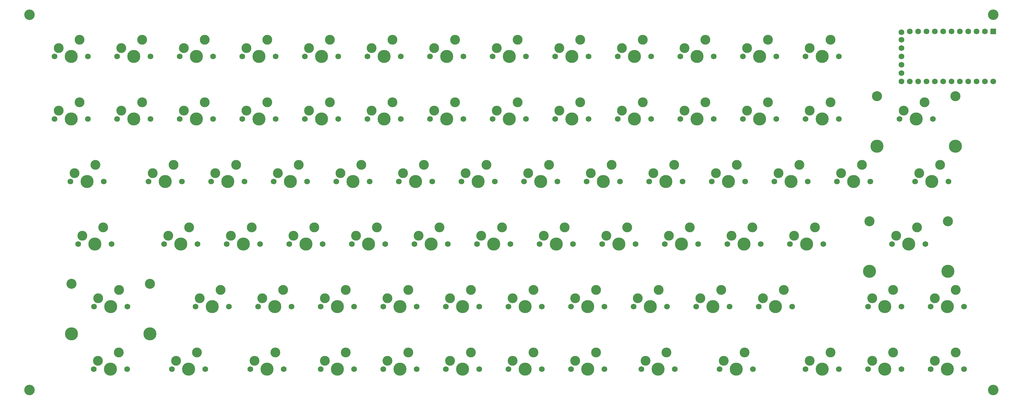
<source format=gbr>
G04 #@! TF.GenerationSoftware,KiCad,Pcbnew,(5.1.6)-1*
G04 #@! TF.CreationDate,2020-08-27T21:51:50+09:00*
G04 #@! TF.ProjectId,keyboard-layouter-playground,6b657962-6f61-4726-942d-6c61796f7574,rev?*
G04 #@! TF.SameCoordinates,Original*
G04 #@! TF.FileFunction,Soldermask,Top*
G04 #@! TF.FilePolarity,Negative*
%FSLAX46Y46*%
G04 Gerber Fmt 4.6, Leading zero omitted, Abs format (unit mm)*
G04 Created by KiCad (PCBNEW (5.1.6)-1) date 2020-08-27 21:51:50*
%MOMM*%
%LPD*%
G01*
G04 APERTURE LIST*
%ADD10C,3.000000*%
%ADD11C,3.987800*%
%ADD12C,1.750000*%
%ADD13C,3.200000*%
%ADD14C,3.048000*%
%ADD15C,1.752600*%
%ADD16R,1.752600X1.752600*%
G04 APERTURE END LIST*
D10*
G04 #@! TO.C,SW69*
X269240000Y-71120000D03*
D11*
X266700000Y-76200000D03*
D10*
X262890000Y-73660000D03*
D12*
X261620000Y-76200000D03*
X271780000Y-76200000D03*
G04 #@! TD*
D13*
G04 #@! TO.C,H4*
X280670000Y12700000D03*
G04 #@! TD*
G04 #@! TO.C,H3*
X280670000Y-101600000D03*
G04 #@! TD*
G04 #@! TO.C,H2*
X-12700000Y12700000D03*
G04 #@! TD*
G04 #@! TO.C,H1*
X-12700000Y-101600000D03*
G04 #@! TD*
D12*
G04 #@! TO.C,SW8*
X138430000Y0D03*
X128270000Y0D03*
D10*
X129540000Y2540000D03*
D11*
X133350000Y0D03*
D10*
X135890000Y5080000D03*
G04 #@! TD*
G04 #@! TO.C,SW45*
X150177500Y-52070000D03*
D11*
X147637500Y-57150000D03*
D10*
X143827500Y-54610000D03*
D12*
X142557500Y-57150000D03*
X152717500Y-57150000D03*
G04 #@! TD*
D10*
G04 #@! TO.C,SW43*
X112077500Y-52070000D03*
D11*
X109537500Y-57150000D03*
D10*
X105727500Y-54610000D03*
D12*
X104457500Y-57150000D03*
X114617500Y-57150000D03*
G04 #@! TD*
G04 #@! TO.C,SW104*
X183673500Y-95250000D03*
X173513500Y-95250000D03*
D10*
X174783500Y-92710000D03*
D11*
X178593500Y-95250000D03*
D10*
X181133500Y-90170000D03*
G04 #@! TD*
D12*
G04 #@! TO.C,SW202*
X267018000Y-38100000D03*
X256858000Y-38100000D03*
D10*
X258128000Y-35560000D03*
D11*
X261938000Y-38100000D03*
D10*
X264478000Y-33020000D03*
G04 #@! TD*
D12*
G04 #@! TO.C,SW101*
X16986000Y-95250000D03*
X6826000Y-95250000D03*
D10*
X8096000Y-92710000D03*
D11*
X11906000Y-95250000D03*
D10*
X14446000Y-90170000D03*
G04 #@! TD*
D12*
G04 #@! TO.C,SW102*
X40798500Y-95250000D03*
X30638500Y-95250000D03*
D10*
X31908500Y-92710000D03*
D11*
X35718500Y-95250000D03*
D10*
X38258500Y-90170000D03*
G04 #@! TD*
D11*
G04 #@! TO.C,SW602*
X42600Y-84455000D03*
X23918600Y-84455000D03*
D14*
X42600Y-69215000D03*
X23918600Y-69215000D03*
D12*
X17060600Y-76200000D03*
X6900600Y-76200000D03*
D10*
X8170600Y-73660000D03*
D11*
X11980600Y-76200000D03*
D10*
X14520600Y-71120000D03*
G04 #@! TD*
G04 #@! TO.C,SW105*
X204946000Y-90170000D03*
D11*
X202406000Y-95250000D03*
D10*
X198596000Y-92710000D03*
D12*
X197326000Y-95250000D03*
X207486000Y-95250000D03*
G04 #@! TD*
D10*
G04 #@! TO.C,SW201*
X7303000Y-33020000D03*
D11*
X4763000Y-38100000D03*
D10*
X953000Y-35560000D03*
D12*
X-317000Y-38100000D03*
X9843000Y-38100000D03*
G04 #@! TD*
D11*
G04 #@! TO.C,SW401*
X245237000Y-27305000D03*
X269113000Y-27305000D03*
D14*
X245237000Y-12065000D03*
X269113000Y-12065000D03*
D12*
X262255000Y-19050000D03*
X252095000Y-19050000D03*
D10*
X253365000Y-16510000D03*
D11*
X257175000Y-19050000D03*
D10*
X259715000Y-13970000D03*
G04 #@! TD*
G04 #@! TO.C,SW601*
X257408100Y-52070000D03*
D11*
X254868100Y-57150000D03*
D10*
X251058100Y-54610000D03*
D12*
X249788100Y-57150000D03*
X259948100Y-57150000D03*
D14*
X266806100Y-50165000D03*
X242930100Y-50165000D03*
D11*
X266806100Y-65405000D03*
X242930100Y-65405000D03*
G04 #@! TD*
D10*
G04 #@! TO.C,SW103*
X62071000Y-90170000D03*
D11*
X59531000Y-95250000D03*
D10*
X55721000Y-92710000D03*
D12*
X54451000Y-95250000D03*
X64611000Y-95250000D03*
G04 #@! TD*
G04 #@! TO.C,SW18*
X81280000Y-19050000D03*
X71120000Y-19050000D03*
D10*
X72390000Y-16510000D03*
D11*
X76200000Y-19050000D03*
D10*
X78740000Y-13970000D03*
G04 #@! TD*
D12*
G04 #@! TO.C,SW21*
X138430000Y-19050000D03*
X128270000Y-19050000D03*
D10*
X129540000Y-16510000D03*
D11*
X133350000Y-19050000D03*
D10*
X135890000Y-13970000D03*
G04 #@! TD*
G04 #@! TO.C,SW29*
X69215000Y-33020000D03*
D11*
X66675000Y-38100000D03*
D10*
X62865000Y-35560000D03*
D12*
X61595000Y-38100000D03*
X71755000Y-38100000D03*
G04 #@! TD*
D10*
G04 #@! TO.C,SW6*
X97790000Y5080000D03*
D11*
X95250000Y0D03*
D10*
X91440000Y2540000D03*
D12*
X90170000Y0D03*
X100330000Y0D03*
G04 #@! TD*
D10*
G04 #@! TO.C,SW25*
X212090000Y-13970000D03*
D11*
X209550000Y-19050000D03*
D10*
X205740000Y-16510000D03*
D12*
X204470000Y-19050000D03*
X214630000Y-19050000D03*
G04 #@! TD*
D10*
G04 #@! TO.C,SW9*
X154940000Y5080000D03*
D11*
X152400000Y0D03*
D10*
X148590000Y2540000D03*
D12*
X147320000Y0D03*
X157480000Y0D03*
G04 #@! TD*
D10*
G04 #@! TO.C,SW12*
X212090000Y5080000D03*
D11*
X209550000Y0D03*
D10*
X205740000Y2540000D03*
D12*
X204470000Y0D03*
X214630000Y0D03*
G04 #@! TD*
D10*
G04 #@! TO.C,SW16*
X40640000Y-13970000D03*
D11*
X38100000Y-19050000D03*
D10*
X34290000Y-16510000D03*
D12*
X33020000Y-19050000D03*
X43180000Y-19050000D03*
G04 #@! TD*
D10*
G04 #@! TO.C,SW10*
X173990000Y5080000D03*
D11*
X171450000Y0D03*
D10*
X167640000Y2540000D03*
D12*
X166370000Y0D03*
X176530000Y0D03*
G04 #@! TD*
G04 #@! TO.C,SW20*
X119380000Y-19050000D03*
X109220000Y-19050000D03*
D10*
X110490000Y-16510000D03*
D11*
X114300000Y-19050000D03*
D10*
X116840000Y-13970000D03*
G04 #@! TD*
D12*
G04 #@! TO.C,SW2*
X24130000Y0D03*
X13970000Y0D03*
D10*
X15240000Y2540000D03*
D11*
X19050000Y0D03*
D10*
X21590000Y5080000D03*
G04 #@! TD*
D12*
G04 #@! TO.C,SW13*
X233680000Y0D03*
X223520000Y0D03*
D10*
X224790000Y2540000D03*
D11*
X228600000Y0D03*
D10*
X231140000Y5080000D03*
G04 #@! TD*
G04 #@! TO.C,SW22*
X154940000Y-13970000D03*
D11*
X152400000Y-19050000D03*
D10*
X148590000Y-16510000D03*
D12*
X147320000Y-19050000D03*
X157480000Y-19050000D03*
G04 #@! TD*
D10*
G04 #@! TO.C,SW23*
X173990000Y-13970000D03*
D11*
X171450000Y-19050000D03*
D10*
X167640000Y-16510000D03*
D12*
X166370000Y-19050000D03*
X176530000Y-19050000D03*
G04 #@! TD*
G04 #@! TO.C,SW7*
X119380000Y0D03*
X109220000Y0D03*
D10*
X110490000Y2540000D03*
D11*
X114300000Y0D03*
D10*
X116840000Y5080000D03*
G04 #@! TD*
D12*
G04 #@! TO.C,SW11*
X195580000Y0D03*
X185420000Y0D03*
D10*
X186690000Y2540000D03*
D11*
X190500000Y0D03*
D10*
X193040000Y5080000D03*
G04 #@! TD*
G04 #@! TO.C,SW14*
X2540000Y-13970000D03*
D11*
X0Y-19050000D03*
D10*
X-3810000Y-16510000D03*
D12*
X-5080000Y-19050000D03*
X5080000Y-19050000D03*
G04 #@! TD*
G04 #@! TO.C,SW1*
X5080000Y0D03*
X-5080000Y0D03*
D10*
X-3810000Y2540000D03*
D11*
X0Y0D03*
D10*
X2540000Y5080000D03*
G04 #@! TD*
G04 #@! TO.C,SW19*
X97790000Y-13970000D03*
D11*
X95250000Y-19050000D03*
D10*
X91440000Y-16510000D03*
D12*
X90170000Y-19050000D03*
X100330000Y-19050000D03*
G04 #@! TD*
G04 #@! TO.C,SW4*
X62230000Y0D03*
X52070000Y0D03*
D10*
X53340000Y2540000D03*
D11*
X57150000Y0D03*
D10*
X59690000Y5080000D03*
G04 #@! TD*
G04 #@! TO.C,SW3*
X40640000Y5080000D03*
D11*
X38100000Y0D03*
D10*
X34290000Y2540000D03*
D12*
X33020000Y0D03*
X43180000Y0D03*
G04 #@! TD*
G04 #@! TO.C,SW17*
X62230000Y-19050000D03*
X52070000Y-19050000D03*
D10*
X53340000Y-16510000D03*
D11*
X57150000Y-19050000D03*
D10*
X59690000Y-13970000D03*
G04 #@! TD*
D12*
G04 #@! TO.C,SW24*
X195580000Y-19050000D03*
X185420000Y-19050000D03*
D10*
X186690000Y-16510000D03*
D11*
X190500000Y-19050000D03*
D10*
X193040000Y-13970000D03*
G04 #@! TD*
D12*
G04 #@! TO.C,SW15*
X24130000Y-19050000D03*
X13970000Y-19050000D03*
D10*
X15240000Y-16510000D03*
D11*
X19050000Y-19050000D03*
D10*
X21590000Y-13970000D03*
G04 #@! TD*
G04 #@! TO.C,SW26*
X231140000Y-13970000D03*
D11*
X228600000Y-19050000D03*
D10*
X224790000Y-16510000D03*
D12*
X223520000Y-19050000D03*
X233680000Y-19050000D03*
G04 #@! TD*
G04 #@! TO.C,SW5*
X81280000Y0D03*
X71120000Y0D03*
D10*
X72390000Y2540000D03*
D11*
X76200000Y0D03*
D10*
X78740000Y5080000D03*
G04 #@! TD*
D12*
G04 #@! TO.C,SW27*
X33655000Y-38100000D03*
X23495000Y-38100000D03*
D10*
X24765000Y-35560000D03*
D11*
X28575000Y-38100000D03*
D10*
X31115000Y-33020000D03*
G04 #@! TD*
D12*
G04 #@! TO.C,SW28*
X52705000Y-38100000D03*
X42545000Y-38100000D03*
D10*
X43815000Y-35560000D03*
D11*
X47625000Y-38100000D03*
D10*
X50165000Y-33020000D03*
G04 #@! TD*
G04 #@! TO.C,SW32*
X126365000Y-33020000D03*
D11*
X123825000Y-38100000D03*
D10*
X120015000Y-35560000D03*
D12*
X118745000Y-38100000D03*
X128905000Y-38100000D03*
G04 #@! TD*
D10*
G04 #@! TO.C,SW34*
X164465000Y-33020000D03*
D11*
X161925000Y-38100000D03*
D10*
X158115000Y-35560000D03*
D12*
X156845000Y-38100000D03*
X167005000Y-38100000D03*
G04 #@! TD*
G04 #@! TO.C,SW41*
X76517500Y-57150000D03*
X66357500Y-57150000D03*
D10*
X67627500Y-54610000D03*
D11*
X71437500Y-57150000D03*
D10*
X73977500Y-52070000D03*
G04 #@! TD*
G04 #@! TO.C,SW42*
X93027500Y-52070000D03*
D11*
X90487500Y-57150000D03*
D10*
X86677500Y-54610000D03*
D12*
X85407500Y-57150000D03*
X95567500Y-57150000D03*
G04 #@! TD*
D10*
G04 #@! TO.C,SW33*
X145415000Y-33020000D03*
D11*
X142875000Y-38100000D03*
D10*
X139065000Y-35560000D03*
D12*
X137795000Y-38100000D03*
X147955000Y-38100000D03*
G04 #@! TD*
G04 #@! TO.C,SW44*
X133667500Y-57150000D03*
X123507500Y-57150000D03*
D10*
X124777500Y-54610000D03*
D11*
X128587500Y-57150000D03*
D10*
X131127500Y-52070000D03*
G04 #@! TD*
G04 #@! TO.C,SW36*
X202565000Y-33020000D03*
D11*
X200025000Y-38100000D03*
D10*
X196215000Y-35560000D03*
D12*
X194945000Y-38100000D03*
X205105000Y-38100000D03*
G04 #@! TD*
D10*
G04 #@! TO.C,SW47*
X188277500Y-52070000D03*
D11*
X185737500Y-57150000D03*
D10*
X181927500Y-54610000D03*
D12*
X180657500Y-57150000D03*
X190817500Y-57150000D03*
G04 #@! TD*
G04 #@! TO.C,SW48*
X209867500Y-57150000D03*
X199707500Y-57150000D03*
D10*
X200977500Y-54610000D03*
D11*
X204787500Y-57150000D03*
D10*
X207327500Y-52070000D03*
G04 #@! TD*
D12*
G04 #@! TO.C,SW35*
X186055000Y-38100000D03*
X175895000Y-38100000D03*
D10*
X177165000Y-35560000D03*
D11*
X180975000Y-38100000D03*
D10*
X183515000Y-33020000D03*
G04 #@! TD*
G04 #@! TO.C,SW49*
X226377500Y-52070000D03*
D11*
X223837500Y-57150000D03*
D10*
X220027500Y-54610000D03*
D12*
X218757500Y-57150000D03*
X228917500Y-57150000D03*
G04 #@! TD*
D10*
G04 #@! TO.C,SW50*
X45402500Y-71120000D03*
D11*
X42862500Y-76200000D03*
D10*
X39052500Y-73660000D03*
D12*
X37782500Y-76200000D03*
X47942500Y-76200000D03*
G04 #@! TD*
G04 #@! TO.C,SW51*
X66992500Y-76200000D03*
X56832500Y-76200000D03*
D10*
X58102500Y-73660000D03*
D11*
X61912500Y-76200000D03*
D10*
X64452500Y-71120000D03*
G04 #@! TD*
G04 #@! TO.C,SW52*
X83502500Y-71120000D03*
D11*
X80962500Y-76200000D03*
D10*
X77152500Y-73660000D03*
D12*
X75882500Y-76200000D03*
X86042500Y-76200000D03*
G04 #@! TD*
G04 #@! TO.C,SW31*
X109855000Y-38100000D03*
X99695000Y-38100000D03*
D10*
X100965000Y-35560000D03*
D11*
X104775000Y-38100000D03*
D10*
X107315000Y-33020000D03*
G04 #@! TD*
D12*
G04 #@! TO.C,SW37*
X224155000Y-38100000D03*
X213995000Y-38100000D03*
D10*
X215265000Y-35560000D03*
D11*
X219075000Y-38100000D03*
D10*
X221615000Y-33020000D03*
G04 #@! TD*
D12*
G04 #@! TO.C,SW53*
X105092500Y-76200000D03*
X94932500Y-76200000D03*
D10*
X96202500Y-73660000D03*
D11*
X100012500Y-76200000D03*
D10*
X102552500Y-71120000D03*
G04 #@! TD*
G04 #@! TO.C,SW30*
X88265000Y-33020000D03*
D11*
X85725000Y-38100000D03*
D10*
X81915000Y-35560000D03*
D12*
X80645000Y-38100000D03*
X90805000Y-38100000D03*
G04 #@! TD*
D10*
G04 #@! TO.C,SW40*
X54927500Y-52070000D03*
D11*
X52387500Y-57150000D03*
D10*
X48577500Y-54610000D03*
D12*
X47307500Y-57150000D03*
X57467500Y-57150000D03*
G04 #@! TD*
D10*
G04 #@! TO.C,SW38*
X240665000Y-33020000D03*
D11*
X238125000Y-38100000D03*
D10*
X234315000Y-35560000D03*
D12*
X233045000Y-38100000D03*
X243205000Y-38100000D03*
G04 #@! TD*
G04 #@! TO.C,SW39*
X38417500Y-57150000D03*
X28257500Y-57150000D03*
D10*
X29527500Y-54610000D03*
D11*
X33337500Y-57150000D03*
D10*
X35877500Y-52070000D03*
G04 #@! TD*
D12*
G04 #@! TO.C,SW46*
X171767500Y-57150000D03*
X161607500Y-57150000D03*
D10*
X162877500Y-54610000D03*
D11*
X166687500Y-57150000D03*
D10*
X169227500Y-52070000D03*
G04 #@! TD*
D12*
G04 #@! TO.C,SW54*
X124142500Y-76200000D03*
X113982500Y-76200000D03*
D10*
X115252500Y-73660000D03*
D11*
X119062500Y-76200000D03*
D10*
X121602500Y-71120000D03*
G04 #@! TD*
G04 #@! TO.C,SW66*
X231140000Y-90170000D03*
D11*
X228600000Y-95250000D03*
D10*
X224790000Y-92710000D03*
D12*
X223520000Y-95250000D03*
X233680000Y-95250000D03*
G04 #@! TD*
G04 #@! TO.C,SW65*
X252730000Y-76200000D03*
X242570000Y-76200000D03*
D10*
X243840000Y-73660000D03*
D11*
X247650000Y-76200000D03*
D10*
X250190000Y-71120000D03*
G04 #@! TD*
G04 #@! TO.C,SW68*
X269240000Y-90170000D03*
D11*
X266700000Y-95250000D03*
D10*
X262890000Y-92710000D03*
D12*
X261620000Y-95250000D03*
X271780000Y-95250000D03*
G04 #@! TD*
D10*
G04 #@! TO.C,SW64*
X159702500Y-90170000D03*
D11*
X157162500Y-95250000D03*
D10*
X153352500Y-92710000D03*
D12*
X152082500Y-95250000D03*
X162242500Y-95250000D03*
G04 #@! TD*
G04 #@! TO.C,SW61*
X105092500Y-95250000D03*
X94932500Y-95250000D03*
D10*
X96202500Y-92710000D03*
D11*
X100012500Y-95250000D03*
D10*
X102552500Y-90170000D03*
G04 #@! TD*
G04 #@! TO.C,SW57*
X178752500Y-71120000D03*
D11*
X176212500Y-76200000D03*
D10*
X172402500Y-73660000D03*
D12*
X171132500Y-76200000D03*
X181292500Y-76200000D03*
G04 #@! TD*
G04 #@! TO.C,SW67*
X252730000Y-95250000D03*
X242570000Y-95250000D03*
D10*
X243840000Y-92710000D03*
D11*
X247650000Y-95250000D03*
D10*
X250190000Y-90170000D03*
G04 #@! TD*
D12*
G04 #@! TO.C,SW60*
X86042500Y-95250000D03*
X75882500Y-95250000D03*
D10*
X77152500Y-92710000D03*
D11*
X80962500Y-95250000D03*
D10*
X83502500Y-90170000D03*
G04 #@! TD*
D12*
G04 #@! TO.C,SW56*
X162242500Y-76200000D03*
X152082500Y-76200000D03*
D10*
X153352500Y-73660000D03*
D11*
X157162500Y-76200000D03*
D10*
X159702500Y-71120000D03*
G04 #@! TD*
D12*
G04 #@! TO.C,SW58*
X200342500Y-76200000D03*
X190182500Y-76200000D03*
D10*
X191452500Y-73660000D03*
D11*
X195262500Y-76200000D03*
D10*
X197802500Y-71120000D03*
G04 #@! TD*
G04 #@! TO.C,SW59*
X216852500Y-71120000D03*
D11*
X214312500Y-76200000D03*
D10*
X210502500Y-73660000D03*
D12*
X209232500Y-76200000D03*
X219392500Y-76200000D03*
G04 #@! TD*
G04 #@! TO.C,SW63*
X143192500Y-95250000D03*
X133032500Y-95250000D03*
D10*
X134302500Y-92710000D03*
D11*
X138112500Y-95250000D03*
D10*
X140652500Y-90170000D03*
G04 #@! TD*
G04 #@! TO.C,SW55*
X140652500Y-71120000D03*
D11*
X138112500Y-76200000D03*
D10*
X134302500Y-73660000D03*
D12*
X133032500Y-76200000D03*
X143192500Y-76200000D03*
G04 #@! TD*
D10*
G04 #@! TO.C,SW62*
X121602500Y-90170000D03*
D11*
X119062500Y-95250000D03*
D10*
X115252500Y-92710000D03*
D12*
X113982500Y-95250000D03*
X124142500Y-95250000D03*
G04 #@! TD*
G04 #@! TO.C,SW301*
X12224000Y-57150000D03*
X2064000Y-57150000D03*
D10*
X3334000Y-54610000D03*
D11*
X7144000Y-57150000D03*
D10*
X9684000Y-52070000D03*
G04 #@! TD*
D15*
G04 #@! TO.C,U1*
X252730000Y5080000D03*
X252730000Y2540000D03*
X252730000Y0D03*
X252730000Y-2540000D03*
X252730000Y-5080000D03*
X280670000Y-7620000D03*
X252730000Y7391400D03*
X278130000Y-7620000D03*
X275590000Y-7620000D03*
X273050000Y-7620000D03*
X270510000Y-7620000D03*
X267970000Y-7620000D03*
X265430000Y-7620000D03*
X262890000Y-7620000D03*
X260350000Y-7620000D03*
X257810000Y-7620000D03*
X255270000Y-7620000D03*
X252730000Y-7620000D03*
X255270000Y7620000D03*
X257810000Y7620000D03*
X260350000Y7620000D03*
X262890000Y7620000D03*
X265430000Y7620000D03*
X267970000Y7620000D03*
X270510000Y7620000D03*
X273050000Y7620000D03*
X275590000Y7620000D03*
X278130000Y7620000D03*
D16*
X280670000Y7620000D03*
G04 #@! TD*
M02*

</source>
